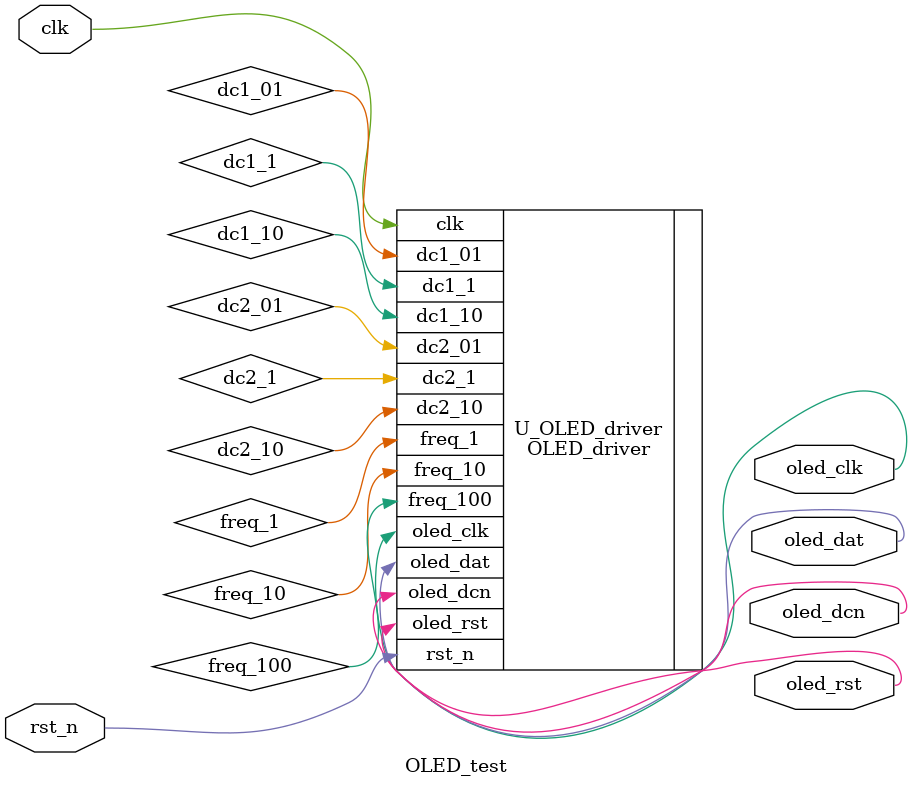
<source format=v>
module OLED_test(
								input	clk,			//12MHz系统时钟
								input	rst_n,			//系统复位，低有效

		 
								output oled_rst, 
								output oled_dcn, 
								output oled_clk, 
								output oled_dat 
								);
	OLED_driver U_OLED_driver (
										.clk				(clk			),	//12MHz系统时钟
										.rst_n			(rst_n		),	//系统复位，低有效
										.freq_100		(freq_100	),
										.freq_10			(freq_10		),
										.freq_1			(freq_1		),
										.dc1_10			(dc1_10		),
										.dc1_1			(dc1_1		),
										.dc1_01			(dc1_01		),
										.dc2_10			(dc2_10		),
										.dc2_1			(dc2_1		),
										.dc2_01			(dc2_01		),
										.oled_rst		(oled_rst	),
										.oled_dcn		(oled_dcn	),
										.oled_clk		(oled_clk	),
										.oled_dat		(oled_dat	)
										);
endmodule							

</source>
